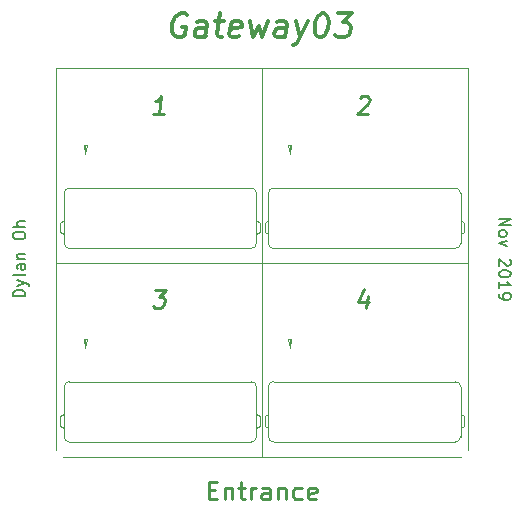
<source format=gbr>
G04 #@! TF.GenerationSoftware,KiCad,Pcbnew,(5.1.5)-3*
G04 #@! TF.CreationDate,2020-01-02T12:13:36-07:00*
G04 #@! TF.ProjectId,Gateway03,47617465-7761-4793-9033-2e6b69636164,rev?*
G04 #@! TF.SameCoordinates,Original*
G04 #@! TF.FileFunction,Legend,Top*
G04 #@! TF.FilePolarity,Positive*
%FSLAX46Y46*%
G04 Gerber Fmt 4.6, Leading zero omitted, Abs format (unit mm)*
G04 Created by KiCad (PCBNEW (5.1.5)-3) date 2020-01-02 12:13:36*
%MOMM*%
%LPD*%
G04 APERTURE LIST*
%ADD10C,0.120000*%
%ADD11C,0.150000*%
%ADD12C,0.225000*%
%ADD13C,0.300000*%
G04 APERTURE END LIST*
D10*
X96258400Y-104023000D02*
X96158400Y-104793000D01*
X78974400Y-104023000D02*
X78874400Y-104793000D01*
X96258400Y-87637000D02*
X96158400Y-88407000D01*
X96058400Y-104023000D02*
X96258400Y-104023000D01*
X78774400Y-104023000D02*
X78974400Y-104023000D01*
X96058400Y-87637000D02*
X96258400Y-87637000D01*
X96158400Y-104793000D02*
X96058400Y-104023000D01*
X78874400Y-104793000D02*
X78774400Y-104023000D01*
X96158400Y-88407000D02*
X96058400Y-87637000D01*
X96158400Y-104793000D02*
X96158400Y-104023000D01*
X78874400Y-104793000D02*
X78874400Y-104023000D01*
X96158400Y-88407000D02*
X96158400Y-87637000D01*
X78874400Y-88407000D02*
X78874400Y-87637000D01*
X78874400Y-88407000D02*
X78774400Y-87637000D01*
X78774400Y-87637000D02*
X78974400Y-87637000D01*
X78974400Y-87637000D02*
X78874400Y-88407000D01*
D11*
X113876619Y-93845238D02*
X114876619Y-93845238D01*
X113876619Y-94416666D01*
X114876619Y-94416666D01*
X113876619Y-95035714D02*
X113924238Y-94940476D01*
X113971857Y-94892857D01*
X114067095Y-94845238D01*
X114352809Y-94845238D01*
X114448047Y-94892857D01*
X114495666Y-94940476D01*
X114543285Y-95035714D01*
X114543285Y-95178571D01*
X114495666Y-95273809D01*
X114448047Y-95321428D01*
X114352809Y-95369047D01*
X114067095Y-95369047D01*
X113971857Y-95321428D01*
X113924238Y-95273809D01*
X113876619Y-95178571D01*
X113876619Y-95035714D01*
X114543285Y-95702380D02*
X113876619Y-95940476D01*
X114543285Y-96178571D01*
X114781380Y-97273809D02*
X114829000Y-97321428D01*
X114876619Y-97416666D01*
X114876619Y-97654761D01*
X114829000Y-97750000D01*
X114781380Y-97797619D01*
X114686142Y-97845238D01*
X114590904Y-97845238D01*
X114448047Y-97797619D01*
X113876619Y-97226190D01*
X113876619Y-97845238D01*
X114876619Y-98464285D02*
X114876619Y-98559523D01*
X114829000Y-98654761D01*
X114781380Y-98702380D01*
X114686142Y-98750000D01*
X114495666Y-98797619D01*
X114257571Y-98797619D01*
X114067095Y-98750000D01*
X113971857Y-98702380D01*
X113924238Y-98654761D01*
X113876619Y-98559523D01*
X113876619Y-98464285D01*
X113924238Y-98369047D01*
X113971857Y-98321428D01*
X114067095Y-98273809D01*
X114257571Y-98226190D01*
X114495666Y-98226190D01*
X114686142Y-98273809D01*
X114781380Y-98321428D01*
X114829000Y-98369047D01*
X114876619Y-98464285D01*
X113876619Y-99750000D02*
X113876619Y-99178571D01*
X113876619Y-99464285D02*
X114876619Y-99464285D01*
X114733761Y-99369047D01*
X114638523Y-99273809D01*
X114590904Y-99178571D01*
X113876619Y-100226190D02*
X113876619Y-100416666D01*
X113924238Y-100511904D01*
X113971857Y-100559523D01*
X114114714Y-100654761D01*
X114305190Y-100702380D01*
X114686142Y-100702380D01*
X114781380Y-100654761D01*
X114829000Y-100607142D01*
X114876619Y-100511904D01*
X114876619Y-100321428D01*
X114829000Y-100226190D01*
X114781380Y-100178571D01*
X114686142Y-100130952D01*
X114448047Y-100130952D01*
X114352809Y-100178571D01*
X114305190Y-100226190D01*
X114257571Y-100321428D01*
X114257571Y-100511904D01*
X114305190Y-100607142D01*
X114352809Y-100654761D01*
X114448047Y-100702380D01*
X73771380Y-100416666D02*
X72771380Y-100416666D01*
X72771380Y-100178571D01*
X72819000Y-100035714D01*
X72914238Y-99940476D01*
X73009476Y-99892857D01*
X73199952Y-99845238D01*
X73342809Y-99845238D01*
X73533285Y-99892857D01*
X73628523Y-99940476D01*
X73723761Y-100035714D01*
X73771380Y-100178571D01*
X73771380Y-100416666D01*
X73104714Y-99511904D02*
X73771380Y-99273809D01*
X73104714Y-99035714D02*
X73771380Y-99273809D01*
X74009476Y-99369047D01*
X74057095Y-99416666D01*
X74104714Y-99511904D01*
X73771380Y-98511904D02*
X73723761Y-98607142D01*
X73628523Y-98654761D01*
X72771380Y-98654761D01*
X73771380Y-97702380D02*
X73247571Y-97702380D01*
X73152333Y-97750000D01*
X73104714Y-97845238D01*
X73104714Y-98035714D01*
X73152333Y-98130952D01*
X73723761Y-97702380D02*
X73771380Y-97797619D01*
X73771380Y-98035714D01*
X73723761Y-98130952D01*
X73628523Y-98178571D01*
X73533285Y-98178571D01*
X73438047Y-98130952D01*
X73390428Y-98035714D01*
X73390428Y-97797619D01*
X73342809Y-97702380D01*
X73104714Y-97226190D02*
X73771380Y-97226190D01*
X73199952Y-97226190D02*
X73152333Y-97178571D01*
X73104714Y-97083333D01*
X73104714Y-96940476D01*
X73152333Y-96845238D01*
X73247571Y-96797619D01*
X73771380Y-96797619D01*
X72771380Y-95369047D02*
X72771380Y-95178571D01*
X72819000Y-95083333D01*
X72914238Y-94988095D01*
X73104714Y-94940476D01*
X73438047Y-94940476D01*
X73628523Y-94988095D01*
X73723761Y-95083333D01*
X73771380Y-95178571D01*
X73771380Y-95369047D01*
X73723761Y-95464285D01*
X73628523Y-95559523D01*
X73438047Y-95607142D01*
X73104714Y-95607142D01*
X72914238Y-95559523D01*
X72819000Y-95464285D01*
X72771380Y-95369047D01*
X73771380Y-94511904D02*
X72771380Y-94511904D01*
X73771380Y-94083333D02*
X73247571Y-94083333D01*
X73152333Y-94130952D01*
X73104714Y-94226190D01*
X73104714Y-94369047D01*
X73152333Y-94464285D01*
X73199952Y-94511904D01*
D10*
X93852000Y-81100000D02*
X93852000Y-114000000D01*
X111300000Y-81100000D02*
X76404000Y-81100000D01*
X76404000Y-81100000D02*
X76404000Y-113400000D01*
X111300000Y-97600000D02*
X76404000Y-97600000D01*
X111300000Y-113400000D02*
X111300000Y-81200000D01*
X77000000Y-114000000D02*
X110700000Y-114000000D01*
D12*
X102754736Y-100371571D02*
X102629736Y-101371571D01*
X102469022Y-99800142D02*
X101977950Y-100871571D01*
X102906522Y-100871571D01*
X84747522Y-99871571D02*
X85676093Y-99871571D01*
X85104665Y-100443000D01*
X85318950Y-100443000D01*
X85452879Y-100514428D01*
X85515379Y-100585857D01*
X85568950Y-100728714D01*
X85524308Y-101085857D01*
X85435022Y-101228714D01*
X85354665Y-101300142D01*
X85202879Y-101371571D01*
X84774308Y-101371571D01*
X84640379Y-101300142D01*
X84577879Y-101228714D01*
X102085093Y-83628428D02*
X102165450Y-83557000D01*
X102317236Y-83485571D01*
X102674379Y-83485571D01*
X102808308Y-83557000D01*
X102870808Y-83628428D01*
X102924379Y-83771285D01*
X102906522Y-83914142D01*
X102808308Y-84128428D01*
X101844022Y-84985571D01*
X102772593Y-84985571D01*
X85488593Y-84985571D02*
X84631450Y-84985571D01*
X85060022Y-84985571D02*
X85247522Y-83485571D01*
X85077879Y-83699857D01*
X84917165Y-83842714D01*
X84765379Y-83914142D01*
X89316285Y-116829857D02*
X89816285Y-116829857D01*
X90030571Y-117615571D02*
X89316285Y-117615571D01*
X89316285Y-116115571D01*
X90030571Y-116115571D01*
X90673428Y-116615571D02*
X90673428Y-117615571D01*
X90673428Y-116758428D02*
X90744857Y-116687000D01*
X90887714Y-116615571D01*
X91102000Y-116615571D01*
X91244857Y-116687000D01*
X91316285Y-116829857D01*
X91316285Y-117615571D01*
X91816285Y-116615571D02*
X92387714Y-116615571D01*
X92030571Y-116115571D02*
X92030571Y-117401285D01*
X92102000Y-117544142D01*
X92244857Y-117615571D01*
X92387714Y-117615571D01*
X92887714Y-117615571D02*
X92887714Y-116615571D01*
X92887714Y-116901285D02*
X92959142Y-116758428D01*
X93030571Y-116687000D01*
X93173428Y-116615571D01*
X93316285Y-116615571D01*
X94459142Y-117615571D02*
X94459142Y-116829857D01*
X94387714Y-116687000D01*
X94244857Y-116615571D01*
X93959142Y-116615571D01*
X93816285Y-116687000D01*
X94459142Y-117544142D02*
X94316285Y-117615571D01*
X93959142Y-117615571D01*
X93816285Y-117544142D01*
X93744857Y-117401285D01*
X93744857Y-117258428D01*
X93816285Y-117115571D01*
X93959142Y-117044142D01*
X94316285Y-117044142D01*
X94459142Y-116972714D01*
X95173428Y-116615571D02*
X95173428Y-117615571D01*
X95173428Y-116758428D02*
X95244857Y-116687000D01*
X95387714Y-116615571D01*
X95602000Y-116615571D01*
X95744857Y-116687000D01*
X95816285Y-116829857D01*
X95816285Y-117615571D01*
X97173428Y-117544142D02*
X97030571Y-117615571D01*
X96744857Y-117615571D01*
X96602000Y-117544142D01*
X96530571Y-117472714D01*
X96459142Y-117329857D01*
X96459142Y-116901285D01*
X96530571Y-116758428D01*
X96602000Y-116687000D01*
X96744857Y-116615571D01*
X97030571Y-116615571D01*
X97173428Y-116687000D01*
X98387714Y-117544142D02*
X98244857Y-117615571D01*
X97959142Y-117615571D01*
X97816285Y-117544142D01*
X97744857Y-117401285D01*
X97744857Y-116829857D01*
X97816285Y-116687000D01*
X97959142Y-116615571D01*
X98244857Y-116615571D01*
X98387714Y-116687000D01*
X98459142Y-116829857D01*
X98459142Y-116972714D01*
X97744857Y-117115571D01*
D13*
X87461553Y-76563000D02*
X87282982Y-76467761D01*
X86997267Y-76467761D01*
X86699648Y-76563000D01*
X86485363Y-76753476D01*
X86366315Y-76943952D01*
X86223458Y-77324904D01*
X86187744Y-77610619D01*
X86235363Y-77991571D01*
X86306791Y-78182047D01*
X86473458Y-78372523D01*
X86747267Y-78467761D01*
X86937744Y-78467761D01*
X87235363Y-78372523D01*
X87342505Y-78277285D01*
X87425839Y-77610619D01*
X87044886Y-77610619D01*
X89032982Y-78467761D02*
X89163934Y-77420142D01*
X89092505Y-77229666D01*
X88913934Y-77134428D01*
X88532982Y-77134428D01*
X88330601Y-77229666D01*
X89044886Y-78372523D02*
X88842505Y-78467761D01*
X88366315Y-78467761D01*
X88187744Y-78372523D01*
X88116315Y-78182047D01*
X88140125Y-77991571D01*
X88259172Y-77801095D01*
X88461553Y-77705857D01*
X88937744Y-77705857D01*
X89140125Y-77610619D01*
X89866315Y-77134428D02*
X90628220Y-77134428D01*
X90235363Y-76467761D02*
X90021077Y-78182047D01*
X90092505Y-78372523D01*
X90271077Y-78467761D01*
X90461553Y-78467761D01*
X91902029Y-78372523D02*
X91699648Y-78467761D01*
X91318696Y-78467761D01*
X91140125Y-78372523D01*
X91068696Y-78182047D01*
X91163934Y-77420142D01*
X91282982Y-77229666D01*
X91485363Y-77134428D01*
X91866315Y-77134428D01*
X92044886Y-77229666D01*
X92116315Y-77420142D01*
X92092505Y-77610619D01*
X91116315Y-77801095D01*
X92818696Y-77134428D02*
X93032982Y-78467761D01*
X93532982Y-77515380D01*
X93794886Y-78467761D01*
X94342505Y-77134428D01*
X95794886Y-78467761D02*
X95925839Y-77420142D01*
X95854410Y-77229666D01*
X95675839Y-77134428D01*
X95294886Y-77134428D01*
X95092505Y-77229666D01*
X95806791Y-78372523D02*
X95604410Y-78467761D01*
X95128220Y-78467761D01*
X94949648Y-78372523D01*
X94878220Y-78182047D01*
X94902029Y-77991571D01*
X95021077Y-77801095D01*
X95223458Y-77705857D01*
X95699648Y-77705857D01*
X95902029Y-77610619D01*
X96723458Y-77134428D02*
X97032982Y-78467761D01*
X97675839Y-77134428D02*
X97032982Y-78467761D01*
X96782982Y-78943952D01*
X96675839Y-79039190D01*
X96473458Y-79134428D01*
X98902029Y-76467761D02*
X99092505Y-76467761D01*
X99271077Y-76563000D01*
X99354410Y-76658238D01*
X99425839Y-76848714D01*
X99473458Y-77229666D01*
X99413934Y-77705857D01*
X99271077Y-78086809D01*
X99152029Y-78277285D01*
X99044886Y-78372523D01*
X98842505Y-78467761D01*
X98652029Y-78467761D01*
X98473458Y-78372523D01*
X98390125Y-78277285D01*
X98318696Y-78086809D01*
X98271077Y-77705857D01*
X98330601Y-77229666D01*
X98473458Y-76848714D01*
X98592505Y-76658238D01*
X98699648Y-76563000D01*
X98902029Y-76467761D01*
X100235363Y-76467761D02*
X101473458Y-76467761D01*
X100711553Y-77229666D01*
X100997267Y-77229666D01*
X101175839Y-77324904D01*
X101259172Y-77420142D01*
X101330601Y-77610619D01*
X101271077Y-78086809D01*
X101152029Y-78277285D01*
X101044886Y-78372523D01*
X100842505Y-78467761D01*
X100271077Y-78467761D01*
X100092505Y-78372523D01*
X100009172Y-78277285D01*
D10*
X93350000Y-91697000D02*
G75*
G03X92900000Y-91247000I-450000J0D01*
G01*
X77520000Y-91247000D02*
G75*
G03X77070000Y-91697000I0J-450000D01*
G01*
X92900000Y-96367000D02*
G75*
G03X93350000Y-95917000I0J450000D01*
G01*
X77070000Y-95917000D02*
G75*
G03X77520000Y-96367000I450000J0D01*
G01*
X77520000Y-96367000D02*
X92900000Y-96367000D01*
X77520000Y-91247000D02*
X92900000Y-91247000D01*
X93350000Y-95917000D02*
X93350000Y-91697000D01*
X77070000Y-91697000D02*
X77070000Y-95917000D01*
X76750000Y-94177000D02*
X76750000Y-94977000D01*
X76750000Y-94977000D02*
X77070000Y-95177000D01*
X93670000Y-94977000D02*
X93350000Y-95177000D01*
X93670000Y-94177000D02*
X93670000Y-94977000D01*
X93670000Y-94177000D02*
X93350000Y-93977000D01*
X76750000Y-94177000D02*
X77070000Y-93977000D01*
X110634000Y-91697000D02*
G75*
G03X110184000Y-91247000I-450000J0D01*
G01*
X94804000Y-91247000D02*
G75*
G03X94354000Y-91697000I0J-450000D01*
G01*
X110184000Y-96367000D02*
G75*
G03X110634000Y-95917000I0J450000D01*
G01*
X94354000Y-95917000D02*
G75*
G03X94804000Y-96367000I450000J0D01*
G01*
X94804000Y-96367000D02*
X110184000Y-96367000D01*
X94804000Y-91247000D02*
X110184000Y-91247000D01*
X110634000Y-95917000D02*
X110634000Y-91697000D01*
X94354000Y-91697000D02*
X94354000Y-95917000D01*
X94034000Y-94177000D02*
X94034000Y-94977000D01*
X94034000Y-94977000D02*
X94354000Y-95177000D01*
X110954000Y-94977000D02*
X110634000Y-95177000D01*
X110954000Y-94177000D02*
X110954000Y-94977000D01*
X110954000Y-94177000D02*
X110634000Y-93977000D01*
X94034000Y-94177000D02*
X94354000Y-93977000D01*
X93350000Y-108083000D02*
G75*
G03X92900000Y-107633000I-450000J0D01*
G01*
X77520000Y-107633000D02*
G75*
G03X77070000Y-108083000I0J-450000D01*
G01*
X92900000Y-112753000D02*
G75*
G03X93350000Y-112303000I0J450000D01*
G01*
X77070000Y-112303000D02*
G75*
G03X77520000Y-112753000I450000J0D01*
G01*
X77520000Y-112753000D02*
X92900000Y-112753000D01*
X77520000Y-107633000D02*
X92900000Y-107633000D01*
X93350000Y-112303000D02*
X93350000Y-108083000D01*
X77070000Y-108083000D02*
X77070000Y-112303000D01*
X76750000Y-110563000D02*
X76750000Y-111363000D01*
X76750000Y-111363000D02*
X77070000Y-111563000D01*
X93670000Y-111363000D02*
X93350000Y-111563000D01*
X93670000Y-110563000D02*
X93670000Y-111363000D01*
X93670000Y-110563000D02*
X93350000Y-110363000D01*
X76750000Y-110563000D02*
X77070000Y-110363000D01*
X110634000Y-108083000D02*
G75*
G03X110184000Y-107633000I-450000J0D01*
G01*
X94804000Y-107633000D02*
G75*
G03X94354000Y-108083000I0J-450000D01*
G01*
X110184000Y-112753000D02*
G75*
G03X110634000Y-112303000I0J450000D01*
G01*
X94354000Y-112303000D02*
G75*
G03X94804000Y-112753000I450000J0D01*
G01*
X94804000Y-112753000D02*
X110184000Y-112753000D01*
X94804000Y-107633000D02*
X110184000Y-107633000D01*
X110634000Y-112303000D02*
X110634000Y-108083000D01*
X94354000Y-108083000D02*
X94354000Y-112303000D01*
X94034000Y-110563000D02*
X94034000Y-111363000D01*
X94034000Y-111363000D02*
X94354000Y-111563000D01*
X110954000Y-111363000D02*
X110634000Y-111563000D01*
X110954000Y-110563000D02*
X110954000Y-111363000D01*
X110954000Y-110563000D02*
X110634000Y-110363000D01*
X94034000Y-110563000D02*
X94354000Y-110363000D01*
M02*

</source>
